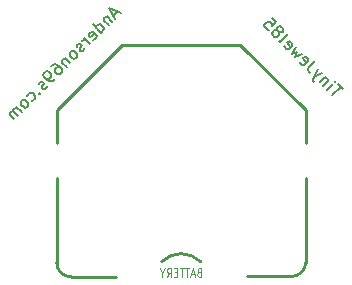
<source format=gbr>
G04 #@! TF.FileFunction,Legend,Bot*
%FSLAX46Y46*%
G04 Gerber Fmt 4.6, Leading zero omitted, Abs format (unit mm)*
G04 Created by KiCad (PCBNEW 4.0.6) date 08/10/17 10:11:21*
%MOMM*%
%LPD*%
G01*
G04 APERTURE LIST*
%ADD10C,0.100000*%
%ADD11C,0.200000*%
%ADD12C,0.248920*%
%ADD13C,0.110000*%
G04 APERTURE END LIST*
D10*
D11*
X159701355Y-80176905D02*
X159297294Y-79772843D01*
X158792218Y-80681981D02*
X159499325Y-79974874D01*
X158354485Y-80244248D02*
X158825890Y-79772843D01*
X159061592Y-79537141D02*
X159061592Y-79604485D01*
X158994248Y-79604485D01*
X158994248Y-79537141D01*
X159061592Y-79537141D01*
X158994248Y-79604485D01*
X158489172Y-79436126D02*
X158017768Y-79907531D01*
X158421829Y-79503470D02*
X158421829Y-79436126D01*
X158388157Y-79335111D01*
X158287141Y-79234095D01*
X158186126Y-79200424D01*
X158085111Y-79234095D01*
X157714721Y-79604485D01*
X157916753Y-78863706D02*
X157276989Y-79166753D01*
X157580035Y-78526988D02*
X157276989Y-79166753D01*
X157175974Y-79402455D01*
X157175974Y-79469798D01*
X157209646Y-79570813D01*
X157344332Y-77819882D02*
X156839255Y-78324958D01*
X156771913Y-78459646D01*
X156771913Y-78594333D01*
X156839256Y-78729019D01*
X156906600Y-78796363D01*
X156064805Y-77887225D02*
X156098477Y-77988240D01*
X156233164Y-78122928D01*
X156334180Y-78156600D01*
X156435195Y-78122928D01*
X156704569Y-77853553D01*
X156738241Y-77752538D01*
X156704569Y-77651523D01*
X156569882Y-77516836D01*
X156468867Y-77483164D01*
X156367851Y-77516836D01*
X156300507Y-77584180D01*
X156569882Y-77988241D01*
X156233164Y-77180118D02*
X155627073Y-77516836D01*
X155829103Y-77045431D01*
X155357698Y-77247462D01*
X155694416Y-76641370D01*
X154717935Y-76540355D02*
X154751607Y-76641370D01*
X154886294Y-76776058D01*
X154987310Y-76809729D01*
X155088325Y-76776058D01*
X155357699Y-76506683D01*
X155391371Y-76405668D01*
X155357699Y-76304653D01*
X155223012Y-76169965D01*
X155121996Y-76136294D01*
X155020981Y-76169965D01*
X154953637Y-76237310D01*
X155223012Y-76641371D01*
X154246531Y-76136294D02*
X154347546Y-76169966D01*
X154448561Y-76136294D01*
X155054653Y-75530203D01*
X154280203Y-75361843D02*
X154381218Y-75395515D01*
X154448561Y-75395515D01*
X154549576Y-75361843D01*
X154583248Y-75328172D01*
X154616920Y-75227157D01*
X154616920Y-75159813D01*
X154583248Y-75058798D01*
X154448561Y-74924110D01*
X154347545Y-74890439D01*
X154280202Y-74890439D01*
X154179187Y-74924110D01*
X154145515Y-74957782D01*
X154111843Y-75058797D01*
X154111843Y-75126141D01*
X154145515Y-75227156D01*
X154280203Y-75361843D01*
X154313874Y-75462859D01*
X154313874Y-75530202D01*
X154280202Y-75631218D01*
X154145515Y-75765905D01*
X154044500Y-75799576D01*
X153977157Y-75799576D01*
X153876141Y-75765905D01*
X153741454Y-75631217D01*
X153707782Y-75530202D01*
X153707782Y-75462859D01*
X153741454Y-75361843D01*
X153876141Y-75227157D01*
X153977157Y-75193484D01*
X154044500Y-75193484D01*
X154145515Y-75227156D01*
X153674110Y-74149660D02*
X154010828Y-74486378D01*
X153707783Y-74856767D01*
X153707783Y-74789424D01*
X153674111Y-74688408D01*
X153505752Y-74520049D01*
X153404737Y-74486377D01*
X153337393Y-74486377D01*
X153236377Y-74520050D01*
X153068019Y-74688408D01*
X153034347Y-74789424D01*
X153034347Y-74856767D01*
X153068019Y-74957782D01*
X153236378Y-75126141D01*
X153337393Y-75159813D01*
X153404737Y-75159813D01*
X140596195Y-73639508D02*
X140259477Y-73976226D01*
X140865569Y-73774195D02*
X139922760Y-73302790D01*
X140394164Y-74245600D01*
X139687057Y-74009897D02*
X140158462Y-74481302D01*
X139754400Y-74077240D02*
X139687057Y-74077240D01*
X139586042Y-74110912D01*
X139485026Y-74211928D01*
X139451354Y-74312943D01*
X139485026Y-74413958D01*
X139855416Y-74784348D01*
X139215652Y-75424111D02*
X138508545Y-74717004D01*
X139181981Y-75390439D02*
X139282996Y-75356768D01*
X139417683Y-75222080D01*
X139451355Y-75121065D01*
X139451355Y-75053722D01*
X139417683Y-74952706D01*
X139215652Y-74750675D01*
X139114637Y-74717004D01*
X139047294Y-74717004D01*
X138946278Y-74750675D01*
X138811591Y-74885363D01*
X138777919Y-74986378D01*
X138575889Y-75996531D02*
X138676904Y-75962859D01*
X138811592Y-75828172D01*
X138845263Y-75727157D01*
X138811592Y-75626141D01*
X138542217Y-75356767D01*
X138441202Y-75323095D01*
X138340187Y-75356767D01*
X138205499Y-75491455D01*
X138171828Y-75592470D01*
X138205499Y-75693485D01*
X138272843Y-75760829D01*
X138676905Y-75491455D01*
X138272843Y-76366920D02*
X137801439Y-75895515D01*
X137936126Y-76030202D02*
X137835110Y-75996530D01*
X137767767Y-75996530D01*
X137666752Y-76030202D01*
X137599408Y-76097546D01*
X137835110Y-76737310D02*
X137801439Y-76838325D01*
X137666752Y-76973012D01*
X137565736Y-77006684D01*
X137464721Y-76973012D01*
X137431049Y-76939341D01*
X137397377Y-76838325D01*
X137431050Y-76737310D01*
X137532065Y-76636294D01*
X137565737Y-76535279D01*
X137532064Y-76434263D01*
X137498393Y-76400592D01*
X137397377Y-76366920D01*
X137296362Y-76400592D01*
X137195347Y-76501607D01*
X137161675Y-76602623D01*
X137161675Y-77478088D02*
X137195347Y-77377073D01*
X137195347Y-77309729D01*
X137161675Y-77208714D01*
X136959644Y-77006683D01*
X136858629Y-76973012D01*
X136791286Y-76973012D01*
X136690271Y-77006683D01*
X136589255Y-77107699D01*
X136555583Y-77208714D01*
X136555583Y-77276058D01*
X136589255Y-77377073D01*
X136791286Y-77579104D01*
X136892301Y-77612776D01*
X136959644Y-77612776D01*
X137060659Y-77579104D01*
X137161675Y-77478088D01*
X136151522Y-77545431D02*
X136622927Y-78016836D01*
X136218866Y-77612775D02*
X136151522Y-77612775D01*
X136050507Y-77646447D01*
X135949491Y-77747462D01*
X135915820Y-77848478D01*
X135949491Y-77949493D01*
X136319881Y-78319882D01*
X134973011Y-78252539D02*
X135107698Y-78117851D01*
X135208714Y-78084180D01*
X135276057Y-78084180D01*
X135444416Y-78117851D01*
X135612774Y-78218867D01*
X135882149Y-78488241D01*
X135915820Y-78589256D01*
X135915820Y-78656600D01*
X135882149Y-78757615D01*
X135747461Y-78892302D01*
X135646446Y-78925974D01*
X135579102Y-78925974D01*
X135478087Y-78892302D01*
X135309729Y-78723944D01*
X135276056Y-78622928D01*
X135276056Y-78555584D01*
X135309728Y-78454569D01*
X135444416Y-78319882D01*
X135545431Y-78286210D01*
X135612774Y-78286210D01*
X135713790Y-78319882D01*
X135276057Y-79363706D02*
X135141370Y-79498393D01*
X135040354Y-79532066D01*
X134973011Y-79532066D01*
X134804652Y-79498394D01*
X134636294Y-79397379D01*
X134366919Y-79128004D01*
X134333247Y-79026989D01*
X134333247Y-78959646D01*
X134366919Y-78858631D01*
X134501607Y-78723943D01*
X134602622Y-78690271D01*
X134669965Y-78690271D01*
X134770981Y-78723943D01*
X134939339Y-78892302D01*
X134973011Y-78993317D01*
X134973012Y-79060661D01*
X134939340Y-79161676D01*
X134804652Y-79296364D01*
X134703637Y-79330035D01*
X134636293Y-79330035D01*
X134535278Y-79296363D01*
X134636294Y-79936126D02*
X134602622Y-80037141D01*
X134467935Y-80171828D01*
X134366919Y-80205501D01*
X134265904Y-80171829D01*
X134232232Y-80138157D01*
X134198561Y-80037142D01*
X134232233Y-79936126D01*
X134333248Y-79835111D01*
X134366920Y-79734096D01*
X134333247Y-79633080D01*
X134299576Y-79599408D01*
X134198561Y-79565737D01*
X134097545Y-79599408D01*
X133996530Y-79700424D01*
X133962858Y-79801439D01*
X133996530Y-80508546D02*
X133996530Y-80575890D01*
X134063874Y-80575890D01*
X134063874Y-80508546D01*
X133996530Y-80508546D01*
X134063874Y-80575890D01*
X133390439Y-81181981D02*
X133491454Y-81148310D01*
X133626141Y-81013622D01*
X133659813Y-80912607D01*
X133659813Y-80845263D01*
X133626141Y-80744248D01*
X133424110Y-80542217D01*
X133323095Y-80508545D01*
X133255752Y-80508545D01*
X133154737Y-80542217D01*
X133020049Y-80676905D01*
X132986377Y-80777920D01*
X133020050Y-81619714D02*
X133053722Y-81518698D01*
X133053722Y-81451355D01*
X133020050Y-81350340D01*
X132818019Y-81148309D01*
X132717004Y-81114637D01*
X132649660Y-81114637D01*
X132548645Y-81148309D01*
X132447629Y-81249325D01*
X132413957Y-81350340D01*
X132413957Y-81417683D01*
X132447629Y-81518698D01*
X132649660Y-81720729D01*
X132750675Y-81754401D01*
X132818019Y-81754401D01*
X132919034Y-81720729D01*
X133020050Y-81619714D01*
X132481302Y-82158462D02*
X132009897Y-81687057D01*
X132077240Y-81754400D02*
X132009897Y-81754400D01*
X131908882Y-81788072D01*
X131807866Y-81889088D01*
X131774194Y-81990103D01*
X131807866Y-82091118D01*
X132178255Y-82461508D01*
X131807866Y-82091118D02*
X131706851Y-82057447D01*
X131605836Y-82091118D01*
X131504820Y-82192133D01*
X131471149Y-82293149D01*
X131504820Y-82394164D01*
X131875210Y-82764553D01*
D12*
X135459000Y-84751400D02*
X135459000Y-81932000D01*
X135459000Y-81932000D02*
X140996200Y-76420200D01*
X151003800Y-76420200D02*
X156541000Y-81932000D01*
X156541000Y-81932000D02*
X156541000Y-84751400D01*
X140996200Y-76420200D02*
X151003800Y-76420200D01*
X151530600Y-96054400D02*
X155321800Y-96054400D01*
X136703600Y-96079800D02*
X140494800Y-96079800D01*
X156541000Y-87748600D02*
X156541000Y-94886000D01*
X135459000Y-87748600D02*
X135459000Y-94886000D01*
X144349000Y-94809800D02*
G75*
G02X147651000Y-94809800I1651000J-1651000D01*
G01*
X155321800Y-96054400D02*
G75*
G03X156541000Y-94886000I25400J1193800D01*
G01*
X136678200Y-96079800D02*
G75*
G02X135459000Y-94911400I-25400J1193800D01*
G01*
D13*
X147500000Y-95700000D02*
X147414286Y-95733333D01*
X147385714Y-95766667D01*
X147357143Y-95833333D01*
X147357143Y-95933333D01*
X147385714Y-96000000D01*
X147414286Y-96033333D01*
X147471428Y-96066667D01*
X147700000Y-96066667D01*
X147700000Y-95366667D01*
X147500000Y-95366667D01*
X147442857Y-95400000D01*
X147414286Y-95433333D01*
X147385714Y-95500000D01*
X147385714Y-95566667D01*
X147414286Y-95633333D01*
X147442857Y-95666667D01*
X147500000Y-95700000D01*
X147700000Y-95700000D01*
X147128571Y-95866667D02*
X146842857Y-95866667D01*
X147185714Y-96066667D02*
X146985714Y-95366667D01*
X146785714Y-96066667D01*
X146671428Y-95366667D02*
X146328571Y-95366667D01*
X146500000Y-96066667D02*
X146500000Y-95366667D01*
X146214285Y-95366667D02*
X145871428Y-95366667D01*
X146042857Y-96066667D02*
X146042857Y-95366667D01*
X145671428Y-95700000D02*
X145471428Y-95700000D01*
X145385714Y-96066667D02*
X145671428Y-96066667D01*
X145671428Y-95366667D01*
X145385714Y-95366667D01*
X144785714Y-96066667D02*
X144985714Y-95733333D01*
X145128571Y-96066667D02*
X145128571Y-95366667D01*
X144899999Y-95366667D01*
X144842857Y-95400000D01*
X144814285Y-95433333D01*
X144785714Y-95500000D01*
X144785714Y-95600000D01*
X144814285Y-95666667D01*
X144842857Y-95700000D01*
X144899999Y-95733333D01*
X145128571Y-95733333D01*
X144414285Y-95733333D02*
X144414285Y-96066667D01*
X144614285Y-95366667D02*
X144414285Y-95733333D01*
X144214285Y-95366667D01*
M02*

</source>
